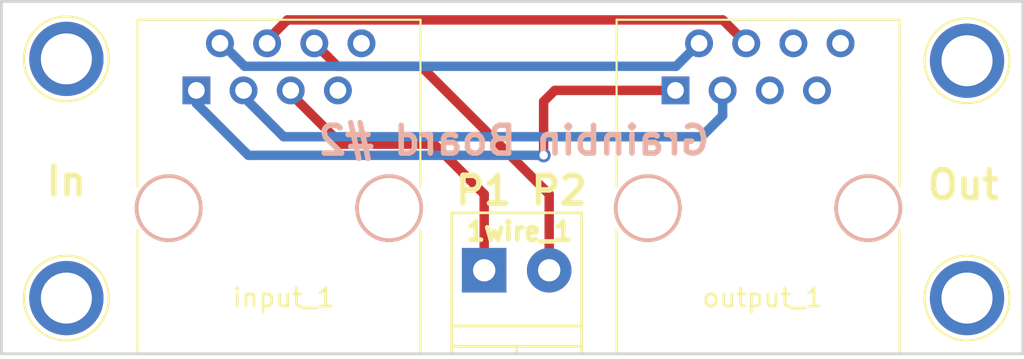
<source format=kicad_pcb>
(kicad_pcb (version 4) (host pcbnew 4.0.7)

  (general
    (links 6)
    (no_connects 0)
    (area 100.924999 75.924999 156.075001 95.075001)
    (thickness 1.6002)
    (drawings 8)
    (tracks 33)
    (zones 0)
    (modules 7)
    (nets 13)
  )

  (page A4)
  (layers
    (0 Top signal)
    (31 Bottom signal)
    (34 B.Paste user)
    (35 F.Paste user)
    (36 B.SilkS user)
    (37 F.SilkS user)
    (38 B.Mask user)
    (39 F.Mask user)
    (44 Edge.Cuts user)
  )

  (setup
    (last_trace_width 0.508)
    (user_trace_width 0.1524)
    (user_trace_width 0.254)
    (user_trace_width 0.381)
    (user_trace_width 0.508)
    (user_trace_width 0.8128)
    (trace_clearance 0.1524)
    (zone_clearance 0.508)
    (zone_45_only no)
    (trace_min 0.1524)
    (segment_width 0.2)
    (edge_width 0.15)
    (via_size 0.6858)
    (via_drill 0.3302)
    (via_min_size 0.6858)
    (via_min_drill 0.3302)
    (user_via 0.6858 0.3302)
    (user_via 0.6858 0.4)
    (user_via 0.762 0.4572)
    (user_via 1.905 0.3302)
    (uvia_size 0.762)
    (uvia_drill 0.508)
    (uvias_allowed no)
    (uvia_min_size 0)
    (uvia_min_drill 0)
    (pcb_text_width 0.3)
    (pcb_text_size 1.5 1.5)
    (mod_edge_width 0.15)
    (mod_text_size 1 1)
    (mod_text_width 0.15)
    (pad_size 4 4)
    (pad_drill 2.75)
    (pad_to_mask_clearance 0.2)
    (aux_axis_origin 0 0)
    (visible_elements 7FFFFFFF)
    (pcbplotparams
      (layerselection 0x00030_80000001)
      (usegerberextensions false)
      (excludeedgelayer true)
      (linewidth 0.100000)
      (plotframeref false)
      (viasonmask false)
      (mode 1)
      (useauxorigin false)
      (hpglpennumber 1)
      (hpglpenspeed 20)
      (hpglpendiameter 15)
      (hpglpenoverlay 2)
      (psnegative false)
      (psa4output false)
      (plotreference true)
      (plotvalue true)
      (plotinvisibletext false)
      (padsonsilk false)
      (subtractmaskfromsilk false)
      (outputformat 1)
      (mirror false)
      (drillshape 1)
      (scaleselection 1)
      (outputdirectory ""))
  )

  (net 0 "")
  (net 1 /pin_1)
  (net 2 /pin_2)
  (net 3 /pin_3)
  (net 4 /pin_4)
  (net 5 /pin_5)
  (net 6 /pin_6)
  (net 7 "Net-(output_1-Pad7)")
  (net 8 "Net-(output_1-Pad8)")
  (net 9 "Net-(input_1-Pad7)")
  (net 10 "Net-(input_1-Pad8)")
  (net 11 "Net-(output_1-Pad5)")
  (net 12 "Net-(output_1-Pad6)")

  (net_class Default "This is the default net class."
    (clearance 0.1524)
    (trace_width 0.1524)
    (via_dia 0.6858)
    (via_drill 0.3302)
    (uvia_dia 0.762)
    (uvia_drill 0.508)
    (add_net /pin_1)
    (add_net /pin_2)
    (add_net /pin_3)
    (add_net /pin_4)
    (add_net /pin_5)
    (add_net /pin_6)
    (add_net "Net-(input_1-Pad7)")
    (add_net "Net-(input_1-Pad8)")
    (add_net "Net-(output_1-Pad5)")
    (add_net "Net-(output_1-Pad6)")
    (add_net "Net-(output_1-Pad7)")
    (add_net "Net-(output_1-Pad8)")
  )

  (module Connectors:1pin (layer Top) (tedit 5A1BAE06) (tstamp 59F96DC6)
    (at 104.5 79.1)
    (descr "module 1 pin (ou trou mecanique de percage)")
    (tags DEV)
    (fp_text reference REF** (at 0 -3.048) (layer F.SilkS) hide
      (effects (font (size 1 1) (thickness 0.15)))
    )
    (fp_text value 1pin (at 0 3) (layer F.Fab)
      (effects (font (size 1 1) (thickness 0.15)))
    )
    (fp_circle (center 0 0) (end 2 0.8) (layer F.Fab) (width 0.1))
    (fp_circle (center 0 0) (end 2.6 0) (layer F.CrtYd) (width 0.05))
    (fp_circle (center 0 0) (end 0 -2.286) (layer F.SilkS) (width 0.12))
    (pad "" np_thru_hole circle (at 0 0) (size 4 4) (drill 2.75) (layers *.Cu *.Mask))
  )

  (module Connectors:1pin (layer Top) (tedit 5A1BAE10) (tstamp 59F96DAE)
    (at 104.5 92)
    (descr "module 1 pin (ou trou mecanique de percage)")
    (tags DEV)
    (fp_text reference REF** (at 0 -3.048) (layer F.SilkS) hide
      (effects (font (size 1 1) (thickness 0.15)))
    )
    (fp_text value 1pin (at 0 3) (layer F.Fab)
      (effects (font (size 1 1) (thickness 0.15)))
    )
    (fp_circle (center 0 0) (end 2 0.8) (layer F.Fab) (width 0.1))
    (fp_circle (center 0 0) (end 2.6 0) (layer F.CrtYd) (width 0.05))
    (fp_circle (center 0 0) (end 0 -2.286) (layer F.SilkS) (width 0.12))
    (pad "" np_thru_hole circle (at 0 0) (size 4 4) (drill 2.75) (layers *.Cu *.Mask))
  )

  (module Connectors:1pin (layer Top) (tedit 5A1BAE22) (tstamp 59F96C63)
    (at 153 92)
    (descr "module 1 pin (ou trou mecanique de percage)")
    (tags DEV)
    (fp_text reference REF** (at 0 -3.048) (layer F.SilkS) hide
      (effects (font (size 1 1) (thickness 0.15)))
    )
    (fp_text value 1pin (at 0 3) (layer F.Fab)
      (effects (font (size 1 1) (thickness 0.15)))
    )
    (fp_circle (center 0 0) (end 2 0.8) (layer F.Fab) (width 0.1))
    (fp_circle (center 0 0) (end 2.6 0) (layer F.CrtYd) (width 0.05))
    (fp_circle (center 0 0) (end 0 -2.286) (layer F.SilkS) (width 0.12))
    (pad "" np_thru_hole circle (at 0 0) (size 4 4) (drill 2.75) (layers *.Cu *.Mask))
  )

  (module Connectors:RJ45_8 (layer Top) (tedit 0) (tstamp 59F93422)
    (at 111.5 80.8)
    (tags RJ45)
    (path /59F7D4DB)
    (fp_text reference input_1 (at 4.7 11.18) (layer F.SilkS)
      (effects (font (size 1 1) (thickness 0.15)))
    )
    (fp_text value RJ45 (at 4.59 6.25) (layer F.Fab)
      (effects (font (size 1 1) (thickness 0.15)))
    )
    (fp_line (start -3.17 14.22) (end 12.07 14.22) (layer F.SilkS) (width 0.12))
    (fp_line (start 12.07 -3.81) (end 12.06 5.18) (layer F.SilkS) (width 0.12))
    (fp_line (start 12.07 -3.81) (end -3.17 -3.81) (layer F.SilkS) (width 0.12))
    (fp_line (start -3.17 -3.81) (end -3.17 5.19) (layer F.SilkS) (width 0.12))
    (fp_line (start 12.06 7.52) (end 12.07 14.22) (layer F.SilkS) (width 0.12))
    (fp_line (start -3.17 7.51) (end -3.17 14.22) (layer F.SilkS) (width 0.12))
    (fp_line (start -3.56 -4.06) (end 12.46 -4.06) (layer F.CrtYd) (width 0.05))
    (fp_line (start -3.56 -4.06) (end -3.56 14.47) (layer F.CrtYd) (width 0.05))
    (fp_line (start 12.46 14.47) (end 12.46 -4.06) (layer F.CrtYd) (width 0.05))
    (fp_line (start 12.46 14.47) (end -3.56 14.47) (layer F.CrtYd) (width 0.05))
    (pad Hole np_thru_hole circle (at 10.38 6.35) (size 3.65 3.65) (drill 3.25) (layers *.Cu *.SilkS *.Mask))
    (pad Hole np_thru_hole circle (at -1.49 6.35) (size 3.65 3.65) (drill 3.25) (layers *.Cu *.SilkS *.Mask))
    (pad 1 thru_hole rect (at 0 0) (size 1.5 1.5) (drill 0.9) (layers *.Cu *.Mask)
      (net 1 /pin_1))
    (pad 2 thru_hole circle (at 1.27 -2.54) (size 1.5 1.5) (drill 0.9) (layers *.Cu *.Mask)
      (net 2 /pin_2))
    (pad 3 thru_hole circle (at 2.54 0) (size 1.5 1.5) (drill 0.9) (layers *.Cu *.Mask)
      (net 3 /pin_3))
    (pad 4 thru_hole circle (at 3.81 -2.54) (size 1.5 1.5) (drill 0.9) (layers *.Cu *.Mask)
      (net 4 /pin_4))
    (pad 5 thru_hole circle (at 5.08 0) (size 1.5 1.5) (drill 0.9) (layers *.Cu *.Mask)
      (net 5 /pin_5))
    (pad 6 thru_hole circle (at 6.35 -2.54) (size 1.5 1.5) (drill 0.9) (layers *.Cu *.Mask)
      (net 6 /pin_6))
    (pad 7 thru_hole circle (at 7.62 0) (size 1.5 1.5) (drill 0.9) (layers *.Cu *.Mask)
      (net 9 "Net-(input_1-Pad7)"))
    (pad 8 thru_hole circle (at 8.89 -2.54) (size 1.5 1.5) (drill 0.9) (layers *.Cu *.Mask)
      (net 10 "Net-(input_1-Pad8)"))
    (model ${KISYS3DMOD}/Connectors.3dshapes/RJ45_8.wrl
      (at (xyz 0.18 -0.25 0))
      (scale (xyz 0.4 0.4 0.4))
      (rotate (xyz 0 0 0))
    )
  )

  (module Connectors:RJ45_8 (layer Top) (tedit 0) (tstamp 59F9344F)
    (at 137.3 80.8)
    (tags RJ45)
    (path /59F7D67C)
    (fp_text reference output_1 (at 4.7 11.18) (layer F.SilkS)
      (effects (font (size 1 1) (thickness 0.15)))
    )
    (fp_text value RJ45 (at 4.59 6.25) (layer F.Fab)
      (effects (font (size 1 1) (thickness 0.15)))
    )
    (fp_line (start -3.17 14.22) (end 12.07 14.22) (layer F.SilkS) (width 0.12))
    (fp_line (start 12.07 -3.81) (end 12.06 5.18) (layer F.SilkS) (width 0.12))
    (fp_line (start 12.07 -3.81) (end -3.17 -3.81) (layer F.SilkS) (width 0.12))
    (fp_line (start -3.17 -3.81) (end -3.17 5.19) (layer F.SilkS) (width 0.12))
    (fp_line (start 12.06 7.52) (end 12.07 14.22) (layer F.SilkS) (width 0.12))
    (fp_line (start -3.17 7.51) (end -3.17 14.22) (layer F.SilkS) (width 0.12))
    (fp_line (start -3.56 -4.06) (end 12.46 -4.06) (layer F.CrtYd) (width 0.05))
    (fp_line (start -3.56 -4.06) (end -3.56 14.47) (layer F.CrtYd) (width 0.05))
    (fp_line (start 12.46 14.47) (end 12.46 -4.06) (layer F.CrtYd) (width 0.05))
    (fp_line (start 12.46 14.47) (end -3.56 14.47) (layer F.CrtYd) (width 0.05))
    (pad Hole np_thru_hole circle (at 10.38 6.35) (size 3.65 3.65) (drill 3.25) (layers *.Cu *.SilkS *.Mask))
    (pad Hole np_thru_hole circle (at -1.49 6.35) (size 3.65 3.65) (drill 3.25) (layers *.Cu *.SilkS *.Mask))
    (pad 1 thru_hole rect (at 0 0) (size 1.5 1.5) (drill 0.9) (layers *.Cu *.Mask)
      (net 1 /pin_1))
    (pad 2 thru_hole circle (at 1.27 -2.54) (size 1.5 1.5) (drill 0.9) (layers *.Cu *.Mask)
      (net 2 /pin_2))
    (pad 3 thru_hole circle (at 2.54 0) (size 1.5 1.5) (drill 0.9) (layers *.Cu *.Mask)
      (net 3 /pin_3))
    (pad 4 thru_hole circle (at 3.81 -2.54) (size 1.5 1.5) (drill 0.9) (layers *.Cu *.Mask)
      (net 4 /pin_4))
    (pad 5 thru_hole circle (at 5.08 0) (size 1.5 1.5) (drill 0.9) (layers *.Cu *.Mask)
      (net 11 "Net-(output_1-Pad5)"))
    (pad 6 thru_hole circle (at 6.35 -2.54) (size 1.5 1.5) (drill 0.9) (layers *.Cu *.Mask)
      (net 12 "Net-(output_1-Pad6)"))
    (pad 7 thru_hole circle (at 7.62 0) (size 1.5 1.5) (drill 0.9) (layers *.Cu *.Mask)
      (net 7 "Net-(output_1-Pad7)"))
    (pad 8 thru_hole circle (at 8.89 -2.54) (size 1.5 1.5) (drill 0.9) (layers *.Cu *.Mask)
      (net 8 "Net-(output_1-Pad8)"))
    (model ${KISYS3DMOD}/Connectors.3dshapes/RJ45_8.wrl
      (at (xyz 0.18 -0.25 0))
      (scale (xyz 0.4 0.4 0.4))
      (rotate (xyz 0 0 0))
    )
  )

  (module Connectors:1pin (layer Top) (tedit 5A1BAE1C) (tstamp 59F96ABF)
    (at 153 79.2)
    (descr "module 1 pin (ou trou mecanique de percage)")
    (tags DEV)
    (fp_text reference REF** (at 0 -3.048) (layer F.SilkS) hide
      (effects (font (size 1 1) (thickness 0.15)))
    )
    (fp_text value 1pin (at 0 3) (layer F.Fab)
      (effects (font (size 1 1) (thickness 0.15)))
    )
    (fp_circle (center 0 0) (end 2 0.8) (layer F.Fab) (width 0.1))
    (fp_circle (center 0 0) (end 2.6 0) (layer F.CrtYd) (width 0.05))
    (fp_circle (center 0 0) (end 0 -2.286) (layer F.SilkS) (width 0.12))
    (pad "" np_thru_hole circle (at 0 0) (size 4 4) (drill 2.75) (layers *.Cu *.Mask))
  )

  (module TerminalBlocks_Phoenix:TerminalBlock_Phoenix_PT-3.5mm_2pol (layer Top) (tedit 5A1BAE2B) (tstamp 5A190D89)
    (at 127 90.5)
    (descr "2-way 3.5mm pitch terminal block, Phoenix PT series")
    (path /59F920CA)
    (fp_text reference 1wire_1 (at 1.9 -2.1) (layer F.SilkS)
      (effects (font (size 1 1) (thickness 0.25)))
    )
    (fp_text value Screw_Terminal_01x02 (at 1.75 6) (layer F.Fab)
      (effects (font (size 1 1) (thickness 0.15)))
    )
    (fp_text user %R (at 1.75 0) (layer F.Fab)
      (effects (font (size 1 1) (thickness 0.15)))
    )
    (fp_line (start -1.9 -3.3) (end 5.4 -3.3) (layer F.CrtYd) (width 0.05))
    (fp_line (start -1.9 4.7) (end -1.9 -3.3) (layer F.CrtYd) (width 0.05))
    (fp_line (start 5.4 4.7) (end -1.9 4.7) (layer F.CrtYd) (width 0.05))
    (fp_line (start 5.4 -3.3) (end 5.4 4.7) (layer F.CrtYd) (width 0.05))
    (fp_line (start 1.75 4.1) (end 1.75 4.5) (layer F.SilkS) (width 0.15))
    (fp_line (start -1.75 3) (end 5.25 3) (layer F.SilkS) (width 0.15))
    (fp_line (start -1.75 4.1) (end 5.25 4.1) (layer F.SilkS) (width 0.15))
    (fp_line (start -1.75 -3.1) (end -1.75 4.5) (layer F.SilkS) (width 0.15))
    (fp_line (start 5.25 4.5) (end 5.25 -3.1) (layer F.SilkS) (width 0.15))
    (fp_line (start 5.25 -3.1) (end -1.75 -3.1) (layer F.SilkS) (width 0.15))
    (pad 2 thru_hole circle (at 3.5 0) (size 2.4 2.4) (drill 1.2) (layers *.Cu *.Mask)
      (net 6 /pin_6))
    (pad 1 thru_hole rect (at 0 0) (size 2.4 2.4) (drill 1.2) (layers *.Cu *.Mask)
      (net 5 /pin_5))
    (model ${KISYS3DMOD}/TerminalBlock_Phoenix.3dshapes/TerminalBlock_Phoenix_PT-3.5mm_2pol.wrl
      (at (xyz 0 0 0))
      (scale (xyz 1 1 1))
      (rotate (xyz 0 0 0))
    )
  )

  (gr_text "P1 P2" (at 129 86.2) (layer F.SilkS)
    (effects (font (size 1.5 1.5) (thickness 0.3)))
  )
  (gr_text "Grainbin Board #2" (at 128.6 83.5) (layer B.SilkS)
    (effects (font (size 1.5 1.5) (thickness 0.3)) (justify mirror))
  )
  (gr_text "Out\n" (at 152.8 85.9) (layer F.SilkS)
    (effects (font (size 1.5 1.5) (thickness 0.3)))
  )
  (gr_text In (at 104.5 85.7) (layer F.SilkS)
    (effects (font (size 1.5 1.5) (thickness 0.3)))
  )
  (gr_line (start 101 76) (end 101 95) (angle 90) (layer Edge.Cuts) (width 0.15))
  (gr_line (start 101 76) (end 156 76) (angle 90) (layer Edge.Cuts) (width 0.15))
  (gr_line (start 156 76) (end 156 95) (angle 90) (layer Edge.Cuts) (width 0.15) (tstamp 59F93B0F))
  (gr_line (start 156 95) (end 101 95) (angle 90) (layer Edge.Cuts) (width 0.15))

  (segment (start 111.5 80.8) (end 111.5 81.5) (width 0.508) (layer Bottom) (net 1) (status 30))
  (segment (start 111.5 81.5) (end 114.3 84.3) (width 0.508) (layer Bottom) (net 1) (tstamp 5A191FCD) (status 10))
  (segment (start 114.3 84.3) (end 130.2 84.3) (width 0.508) (layer Bottom) (net 1) (tstamp 5A191FD2))
  (via (at 130.2 84.3) (size 0.762) (drill 0.4572) (layers Top Bottom) (net 1))
  (segment (start 130.2 84.3) (end 130.2 81.4) (width 0.508) (layer Top) (net 1) (tstamp 5A191FF0))
  (segment (start 130.2 81.4) (end 130.8 80.8) (width 0.508) (layer Top) (net 1) (tstamp 5A191FF1))
  (segment (start 130.8 80.8) (end 137.3 80.8) (width 0.508) (layer Top) (net 1) (tstamp 5A191FF7) (status 20))
  (segment (start 112.77 78.26) (end 112.86 78.26) (width 0.508) (layer Bottom) (net 2) (status 30))
  (segment (start 112.86 78.26) (end 114.1 79.5) (width 0.508) (layer Bottom) (net 2) (tstamp 5A191F33) (status 10))
  (segment (start 114.1 79.5) (end 137.33 79.5) (width 0.508) (layer Bottom) (net 2) (tstamp 5A191F43))
  (segment (start 137.33 79.5) (end 138.57 78.26) (width 0.508) (layer Bottom) (net 2) (tstamp 5A191F59) (status 20))
  (segment (start 114.04 80.8) (end 114.04 81.14) (width 0.508) (layer Bottom) (net 3) (status 30))
  (segment (start 114.04 81.14) (end 116.2 83.3) (width 0.508) (layer Bottom) (net 3) (tstamp 5A191FAF) (status 10))
  (segment (start 116.2 83.3) (end 138.7 83.3) (width 0.508) (layer Bottom) (net 3) (tstamp 5A191FB5))
  (segment (start 138.7 83.3) (end 139.84 82.16) (width 0.508) (layer Bottom) (net 3) (tstamp 5A191FBF))
  (segment (start 139.84 82.16) (end 139.84 80.8) (width 0.508) (layer Bottom) (net 3) (tstamp 5A191FC7) (status 20))
  (segment (start 115.31 78.26) (end 115.31 78.09) (width 0.508) (layer Top) (net 4) (status 30))
  (segment (start 115.31 78.09) (end 116.4 77) (width 0.508) (layer Top) (net 4) (tstamp 5A19F9EC) (status 10))
  (segment (start 139.85 77) (end 141.11 78.26) (width 0.508) (layer Top) (net 4) (tstamp 5A19F9F6) (status 20))
  (segment (start 116.4 77) (end 139.85 77) (width 0.508) (layer Top) (net 4) (tstamp 5A19F9F0))
  (segment (start 115.31 78.26) (end 115.44 78.26) (width 0.508) (layer Top) (net 4) (status 30))
  (segment (start 116.58 80.8) (end 116.58 81.28) (width 0.508) (layer Bottom) (net 5) (status 30))
  (segment (start 116.58 80.8) (end 116.58 80.98) (width 0.508) (layer Top) (net 5) (status 30))
  (segment (start 116.58 80.98) (end 119.3 83.7) (width 0.508) (layer Top) (net 5) (tstamp 5A19FA63) (status 10))
  (segment (start 127 86.4) (end 127 90.5) (width 0.508) (layer Top) (net 5) (tstamp 5A19FA75) (status 20))
  (segment (start 124.3 83.7) (end 127 86.4) (width 0.508) (layer Top) (net 5) (tstamp 5A19FA6E))
  (segment (start 119.3 83.7) (end 124.3 83.7) (width 0.508) (layer Top) (net 5) (tstamp 5A19FA65))
  (segment (start 117.85 78.26) (end 117.86 78.26) (width 0.508) (layer Top) (net 6) (status 30))
  (segment (start 117.86 78.26) (end 119.1 79.5) (width 0.508) (layer Top) (net 6) (tstamp 5A19FA15) (status 10))
  (segment (start 119.1 79.5) (end 123.6 79.5) (width 0.508) (layer Top) (net 6) (tstamp 5A19FA42))
  (segment (start 123.6 79.5) (end 130.5 86.4) (width 0.508) (layer Top) (net 6) (tstamp 5A19FA53))
  (segment (start 130.5 86.4) (end 130.5 90.5) (width 0.508) (layer Top) (net 6) (tstamp 5A19FA5E) (status 20))
  (segment (start 117.85 78.16) (end 117.85 77.85) (width 0.508) (layer Top) (net 6) (status 30))

)

</source>
